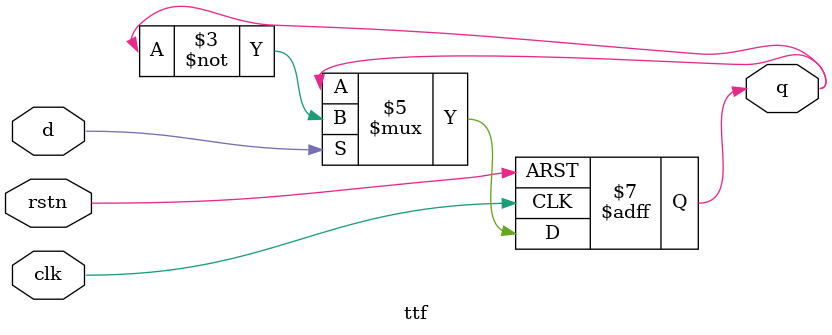
<source format=v>
module ttf (input d, 
						clk,
						rstn, 
				output reg q);
	always @(posedge clk or negedge rstn) begin
		if(!rstn)
			q<=0;
		else
			if (d)
				q<= ~q;
			else
				q <= q;
	end
endmodule
</source>
